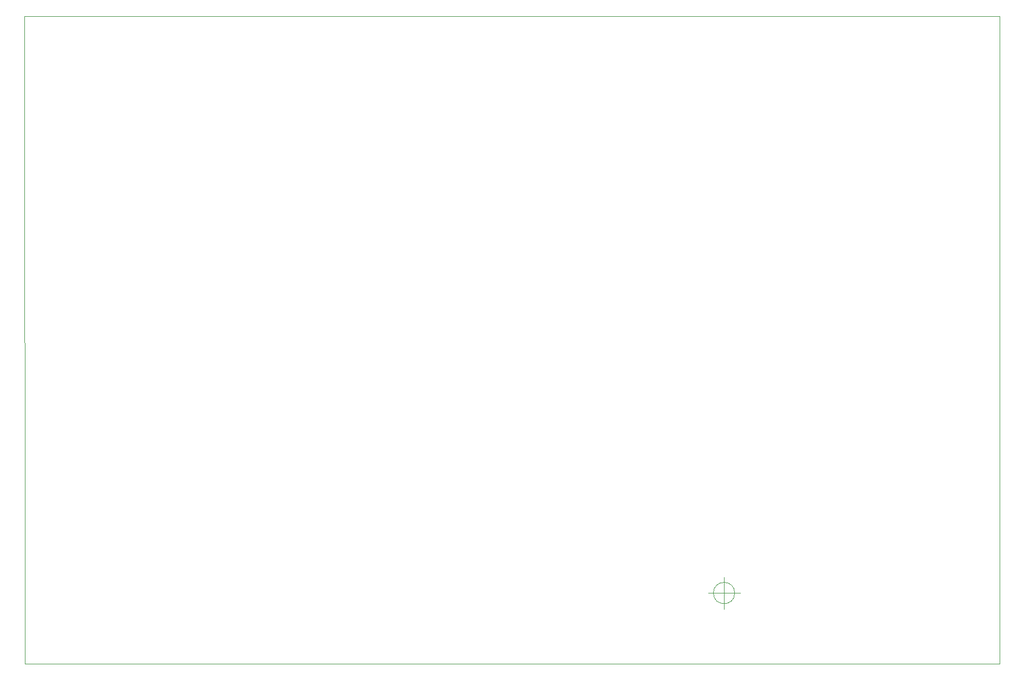
<source format=gbr>
%TF.GenerationSoftware,KiCad,Pcbnew,(5.1.6)-1*%
%TF.CreationDate,2021-08-21T14:57:10-07:00*%
%TF.ProjectId,BPEM488CW,4250454d-3438-4384-9357-2e6b69636164,rev?*%
%TF.SameCoordinates,Original*%
%TF.FileFunction,Profile,NP*%
%FSLAX46Y46*%
G04 Gerber Fmt 4.6, Leading zero omitted, Abs format (unit mm)*
G04 Created by KiCad (PCBNEW (5.1.6)-1) date 2021-08-21 14:57:10*
%MOMM*%
%LPD*%
G01*
G04 APERTURE LIST*
%TA.AperFunction,Profile*%
%ADD10C,0.050000*%
%TD*%
G04 APERTURE END LIST*
D10*
X63474600Y-50927000D02*
X63500000Y-152273000D01*
X215900000Y-152273000D02*
X63500000Y-152273000D01*
X215900000Y-50927000D02*
X215900000Y-152273000D01*
X63474600Y-50927000D02*
X215900000Y-50927000D01*
X174513666Y-141224000D02*
G75*
G03*
X174513666Y-141224000I-1666666J0D01*
G01*
X170347000Y-141224000D02*
X175347000Y-141224000D01*
X172847000Y-138724000D02*
X172847000Y-143724000D01*
M02*

</source>
